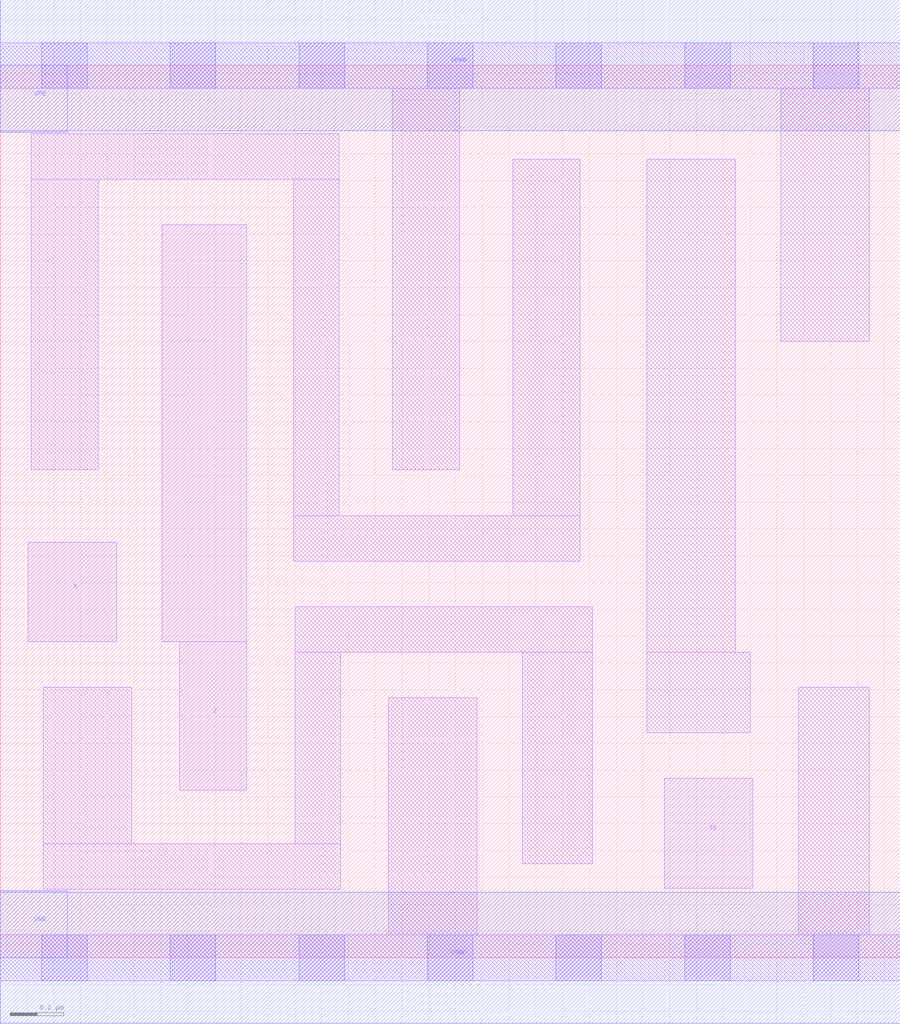
<source format=lef>
# Copyright 2020 The SkyWater PDK Authors
#
# Licensed under the Apache License, Version 2.0 (the "License");
# you may not use this file except in compliance with the License.
# You may obtain a copy of the License at
#
#     https://www.apache.org/licenses/LICENSE-2.0
#
# Unless required by applicable law or agreed to in writing, software
# distributed under the License is distributed on an "AS IS" BASIS,
# WITHOUT WARRANTIES OR CONDITIONS OF ANY KIND, either express or implied.
# See the License for the specific language governing permissions and
# limitations under the License.
#
# SPDX-License-Identifier: Apache-2.0

VERSION 5.5 ;
NAMESCASESENSITIVE ON ;
BUSBITCHARS "[]" ;
DIVIDERCHAR "/" ;
MACRO sky130_fd_sc_hs__einvp_2
  CLASS CORE ;
  SOURCE USER ;
  ORIGIN  0.000000  0.000000 ;
  SIZE  3.360000 BY  3.330000 ;
  SYMMETRY X Y ;
  SITE unit ;
  PIN A
    ANTENNAGATEAREA  0.558000 ;
    DIRECTION INPUT ;
    USE SIGNAL ;
    PORT
      LAYER li1 ;
        RECT 0.105000 1.180000 0.435000 1.550000 ;
    END
  END A
  PIN TE
    ANTENNAGATEAREA  0.381000 ;
    DIRECTION INPUT ;
    USE SIGNAL ;
    PORT
      LAYER li1 ;
        RECT 2.480000 0.260000 2.810000 0.670000 ;
    END
  END TE
  PIN Z
    ANTENNADIFFAREA  0.543200 ;
    DIRECTION OUTPUT ;
    USE SIGNAL ;
    PORT
      LAYER li1 ;
        RECT 0.605000 1.180000 0.920000 2.735000 ;
        RECT 0.670000 0.625000 0.920000 1.180000 ;
    END
  END Z
  PIN VGND
    DIRECTION INOUT ;
    USE GROUND ;
    PORT
      LAYER met1 ;
        RECT 0.000000 -0.245000 3.360000 0.245000 ;
    END
  END VGND
  PIN VNB
    DIRECTION INOUT ;
    USE GROUND ;
    PORT
      LAYER met1 ;
        RECT 0.000000 0.000000 0.250000 0.250000 ;
    END
  END VNB
  PIN VPB
    DIRECTION INOUT ;
    USE POWER ;
    PORT
      LAYER met1 ;
        RECT 0.000000 3.080000 0.250000 3.330000 ;
    END
  END VPB
  PIN VPWR
    DIRECTION INOUT ;
    USE POWER ;
    PORT
      LAYER met1 ;
        RECT 0.000000 3.085000 3.360000 3.575000 ;
    END
  END VPWR
  OBS
    LAYER li1 ;
      RECT 0.000000 -0.085000 3.360000 0.085000 ;
      RECT 0.000000  3.245000 3.360000 3.415000 ;
      RECT 0.115000  1.820000 0.365000 2.905000 ;
      RECT 0.115000  2.905000 1.265000 3.075000 ;
      RECT 0.160000  0.255000 1.270000 0.425000 ;
      RECT 0.160000  0.425000 0.490000 1.010000 ;
      RECT 1.095000  1.480000 2.165000 1.650000 ;
      RECT 1.095000  1.650000 1.265000 2.905000 ;
      RECT 1.100000  0.425000 1.270000 1.140000 ;
      RECT 1.100000  1.140000 2.210000 1.310000 ;
      RECT 1.450000  0.085000 1.780000 0.970000 ;
      RECT 1.465000  1.820000 1.715000 3.245000 ;
      RECT 1.915000  1.650000 2.165000 2.980000 ;
      RECT 1.950000  0.350000 2.210000 1.140000 ;
      RECT 2.415000  0.840000 2.800000 1.140000 ;
      RECT 2.415000  1.140000 2.745000 2.980000 ;
      RECT 2.915000  2.300000 3.245000 3.245000 ;
      RECT 2.980000  0.085000 3.245000 1.010000 ;
    LAYER mcon ;
      RECT 0.155000 -0.085000 0.325000 0.085000 ;
      RECT 0.155000  3.245000 0.325000 3.415000 ;
      RECT 0.635000 -0.085000 0.805000 0.085000 ;
      RECT 0.635000  3.245000 0.805000 3.415000 ;
      RECT 1.115000 -0.085000 1.285000 0.085000 ;
      RECT 1.115000  3.245000 1.285000 3.415000 ;
      RECT 1.595000 -0.085000 1.765000 0.085000 ;
      RECT 1.595000  3.245000 1.765000 3.415000 ;
      RECT 2.075000 -0.085000 2.245000 0.085000 ;
      RECT 2.075000  3.245000 2.245000 3.415000 ;
      RECT 2.555000 -0.085000 2.725000 0.085000 ;
      RECT 2.555000  3.245000 2.725000 3.415000 ;
      RECT 3.035000 -0.085000 3.205000 0.085000 ;
      RECT 3.035000  3.245000 3.205000 3.415000 ;
  END
END sky130_fd_sc_hs__einvp_2
END LIBRARY

</source>
